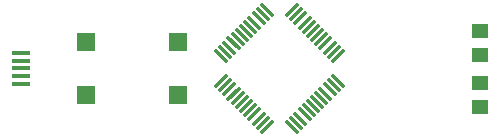
<source format=gtp>
G04 Layer: TopPasteMaskLayer*
G04 EasyEDA v6.4.7, 2020-12-25T10:38:26+08:00*
G04 e43d5a52300b4474860904ef7121ae38,6a067dcc3d704d6e9d47775c98f5c0bd,10*
G04 Gerber Generator version 0.2*
G04 Scale: 100 percent, Rotated: No, Reflected: No *
G04 Dimensions in inches *
G04 leading zeros omitted , absolute positions ,2 integer and 4 decimal *
%FSLAX24Y24*%
%MOIN*%
G90*
D02*

%ADD13C,0.011811*%
%ADD16R,0.062992X0.015748*%
%ADD18R,0.055100X0.051200*%

%LPD*%
G54D13*
G01X12745Y5013D02*
G01X12411Y4679D01*
G01X12606Y5152D02*
G01X12272Y4818D01*
G01X12467Y5292D02*
G01X12133Y4958D01*
G01X12328Y5431D02*
G01X11993Y5097D01*
G01X12188Y5570D02*
G01X11854Y5236D01*
G01X12049Y5709D02*
G01X11715Y5375D01*
G01X11910Y5848D02*
G01X11576Y5514D01*
G01X11771Y5988D02*
G01X11437Y5654D01*
G01X11632Y6127D02*
G01X11298Y5793D01*
G01X11492Y6266D02*
G01X11158Y5932D01*
G01X11353Y6405D02*
G01X11019Y6071D01*
G01X11214Y6544D02*
G01X10880Y6210D01*
G01X10379Y6210D02*
G01X10045Y6544D01*
G01X10240Y6071D02*
G01X9906Y6405D01*
G01X10101Y5932D02*
G01X9766Y6266D01*
G01X9961Y5793D02*
G01X9627Y6127D01*
G01X9822Y5654D02*
G01X9488Y5988D01*
G01X9683Y5514D02*
G01X9349Y5848D01*
G01X9544Y5375D02*
G01X9210Y5709D01*
G01X9405Y5236D02*
G01X9070Y5570D01*
G01X9265Y5097D02*
G01X8931Y5431D01*
G01X9126Y4958D02*
G01X8792Y5292D01*
G01X8987Y4818D02*
G01X8653Y5152D01*
G01X8848Y4679D02*
G01X8514Y5013D01*
G01X8848Y4178D02*
G01X8514Y3844D01*
G01X8987Y4039D02*
G01X8653Y3705D01*
G01X9126Y3900D02*
G01X8792Y3566D01*
G01X9265Y3761D02*
G01X8931Y3426D01*
G01X9405Y3621D02*
G01X9070Y3287D01*
G01X9544Y3482D02*
G01X9210Y3148D01*
G01X9683Y3343D02*
G01X9349Y3009D01*
G01X9822Y3204D02*
G01X9488Y2870D01*
G01X9961Y3065D02*
G01X9627Y2730D01*
G01X10101Y2925D02*
G01X9766Y2591D01*
G01X10240Y2786D02*
G01X9906Y2452D01*
G01X10379Y2647D02*
G01X10045Y2313D01*
G01X11214Y2313D02*
G01X10880Y2647D01*
G01X11353Y2452D02*
G01X11019Y2786D01*
G01X11492Y2591D02*
G01X11158Y2925D01*
G01X11632Y2730D02*
G01X11298Y3065D01*
G01X11771Y2870D02*
G01X11437Y3204D01*
G01X11910Y3009D02*
G01X11576Y3343D01*
G01X12049Y3148D02*
G01X11715Y3482D01*
G01X12188Y3287D02*
G01X11854Y3621D01*
G01X12328Y3426D02*
G01X11993Y3761D01*
G01X12467Y3566D02*
G01X12133Y3900D01*
G01X12606Y3705D02*
G01X12272Y4039D01*
G01X12745Y3844D02*
G01X12411Y4178D01*
G54D16*
G01X2027Y4684D03*
G01X2027Y4429D03*
G01X2027Y4173D03*
G01X2027Y3917D03*
G01X2027Y4940D03*
G36*
G01X3873Y3843D02*
G01X4473Y3843D01*
G01X4473Y3243D01*
G01X3873Y3243D01*
G01X3873Y3843D01*
G37*
G36*
G01X6944Y3843D02*
G01X7544Y3843D01*
G01X7544Y3243D01*
G01X6944Y3243D01*
G01X6944Y3843D01*
G37*
G54D18*
G01X17322Y4862D03*
G01X17322Y5689D03*
G01X17322Y3956D03*
G01X17322Y3129D03*
G36*
G01X3873Y5614D02*
G01X4473Y5614D01*
G01X4473Y5014D01*
G01X3873Y5014D01*
G01X3873Y5614D01*
G37*
G36*
G01X6944Y5614D02*
G01X7544Y5614D01*
G01X7544Y5014D01*
G01X6944Y5014D01*
G01X6944Y5614D01*
G37*
M00*
M02*

</source>
